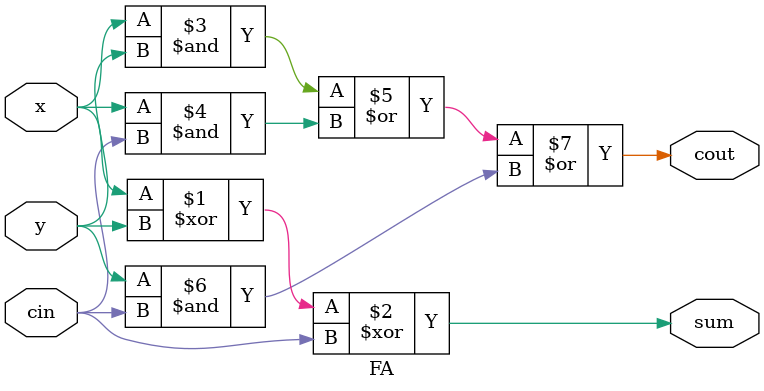
<source format=v>
module top_module (
    input [3:0] x,
    input [3:0] y, 
    output [4:0] sum);
	wire c1,c2,c3;
    FA in0(
        .x(x[0]),
        .y(y[0]),
        .cin(0),
        .sum(sum[0]),
        .cout(c1)
    );
    FA in1(
        .x(x[1]),
        .y(y[1]),
        .cin(c1),
        .sum(sum[1]),
        .cout(c2)
    );
    FA in2(
        .x(x[2]),
        .y(y[2]),
        .cin(c2),
        .sum(sum[2]),
        .cout(c3)
    );
    FA in3(
        .x(x[3]),
        .y(y[3]),
        .cin(c3),
        .sum(sum[3]),
        .cout(sum[4])
    );
endmodule

module FA(
    input x,
    input y,
    input cin,
    output sum,
    output cout);
    assign sum = x ^ y ^ cin;
    assign cout = x&y | x&cin | y&cin ;
endmodule

</source>
